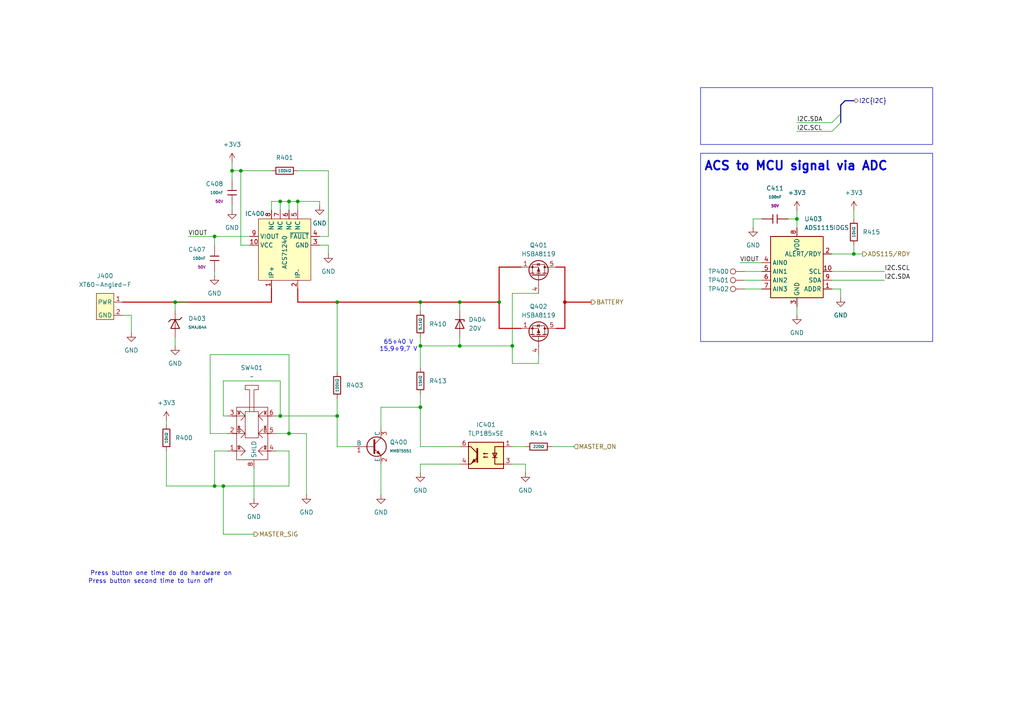
<source format=kicad_sch>
(kicad_sch (version 20250114) (generator "eeschema") (generator_version "9.0")
  (paper "A4")
  (lib_symbols
    (symbol "0402,10kΩ_1" (pin_numbers (hide yes)) (pin_names (offset 0))
      (property "Reference" "R" (at 1.778 0 0))
      (property "Value" "10kΩ" (at 0 0 90))
      (symbol "0402,10kΩ_1_0_1"
        (rectangle (start -1.016 2.54) (end 1.016 -2.54) (stroke (width 0.254)))
      )
      (symbol "0402,10kΩ_1_1_1"
        (pin passive line (at 0 3.81 270) (length 1.27) (name "~") (number "1"))
        (pin passive line (at 0 -3.81 90) (length 1.27) (name "~") (number "2"))
      )
    )
    (symbol "ACS71240KEXBLT-030B3:ACS71240KEXBLT-030B3"
      (property "Reference" "IC" (at 1.524 1.27 0))
      (property "Value" "ACS71240" (at 8.89 -7.62 0))
      (symbol "ACS71240KEXBLT-030B3_0_0"
        (pin input line (at -2.54 -3.81 0) (length 2.54) (name "IP+") (number "1"))
        (pin input line (at -2.54 -11.43 0) (length 2.54) (name "IP–") (number "2"))
        (pin power_in line (at 10.16 2.54 270) (length 2.54) (name "VCC") (number "10"))
        (pin power_in line (at 10.16 -17.78 90) (length 2.54) (name "GND") (number "3"))
        (pin output line (at 12.7 -17.78 90) (length 2.54) (name "~{FAULT}") (number "4"))
        (pin passive line (at 20.32 -3.81 180) (length 2.54) (name "NC") (number "8"))
        (pin passive line (at 20.32 -6.35 180) (length 2.54) (name "NC") (number "7"))
        (pin passive line (at 20.32 -8.89 180) (length 2.54) (name "NC") (number "6"))
        (pin passive line (at 20.32 -11.43 180) (length 2.54) (name "NC") (number "5"))
      )
      (symbol "ACS71240KEXBLT-030B3_1_0"
        (pin output line (at 12.7 2.54 270) (length 2.54) (name "VIOUT") (number "9"))
      )
      (symbol "ACS71240KEXBLT-030B3_1_1"
        (rectangle (start 0 0) (end 17.78 -15.24) (fill (type background)))
      )
    )
    (symbol "Connector:TestPoint" (pin_numbers (hide yes)) (pin_names (offset 0.762) (hide yes))
      (property "Reference" "TP" (at 0 6.858 0))
      (property "Value" "TestPoint" (at 0 5.08 0))
      (symbol "TestPoint_0_1"
        (circle (center 0 3.302) (radius 0.762))
      )
      (symbol "TestPoint_1_1"
        (pin passive line (at 0 0 90) (length 2.54) (name "1") (number "1"))
      )
    )
    (symbol "Device:D_Zener" (pin_numbers (hide yes)) (pin_names (offset 1.016) (hide yes))
      (property "Reference" "D" (at 0 2.54 0))
      (property "Value" "D_Zener" (at 0 -2.54 0))
      (symbol "D_Zener_0_1"
        (polyline (pts (xy -1.27 -1.27) (xy -1.27 1.27) (xy -0.762 1.27)) (stroke (width 0.254)))
        (polyline (pts (xy 1.27 0) (xy -1.27 0)))
        (polyline (pts (xy 1.27 -1.27) (xy 1.27 1.27) (xy -1.27 0) (xy 1.27 -1.27)) (stroke (width 0.254)))
      )
      (symbol "D_Zener_1_1"
        (pin passive line (at -3.81 0 0) (length 2.54) (name "K") (number "1"))
        (pin passive line (at 3.81 0 180) (length 2.54) (name "A") (number "2"))
      )
    )
    (symbol "Isolator:TLP185xSE"
      (property "Reference" "U" (at -5.08 5.08 0))
      (property "Value" "TLP185xSE" (at -5.08 -5.08 0))
      (symbol "TLP185xSE_0_1"
        (rectangle (start -5.08 3.81) (end 5.08 -3.81) (stroke (width 0.254)) (fill (type background)))
        (polyline (pts (xy -5.08 -2.54) (xy -2.54 -2.54) (xy -2.54 2.54) (xy -5.08 2.54)) (stroke (width 0.254)))
        (polyline (pts (xy -3.175 -0.635) (xy -1.905 -0.635)) (stroke (width 0.254)))
        (polyline (pts (xy -2.54 -0.635) (xy -3.175 0.635) (xy -1.905 0.635) (xy -2.54 -0.635)) (stroke (width 0.254)))
        (polyline (pts (xy -0.508 0.508) (xy 0.762 0.508) (xy 0.381 0.381) (xy 0.381 0.635) (xy 0.762 0.508)) (stroke (width 0.254)))
        (polyline (pts (xy -0.508 -0.508) (xy 0.762 -0.508) (xy 0.381 -0.635) (xy 0.381 -0.381) (xy 0.762 -0.508)) (stroke (width 0.254)))
        (polyline (pts (xy 2.54 1.905) (xy 2.54 -1.905)) (stroke (width 0.508)))
        (polyline (pts (xy 3.048 -1.651) (xy 3.556 -1.143) (xy 4.064 -2.159) (xy 3.048 -1.651)) (stroke (width 0.254)) (fill (type outline)))
        (polyline (pts (xy 5.08 2.54) (xy 4.445 2.54) (xy 2.54 0.635)) (stroke (width 0.254)))
        (polyline (pts (xy 5.08 -2.54) (xy 4.445 -2.54) (xy 2.54 -0.635)) (stroke (width 0.254)))
      )
      (symbol "TLP185xSE_1_1"
        (pin passive line (at -7.62 2.54 0) (length 2.54) (name "~") (number "1"))
        (pin passive line (at -7.62 -2.54 0) (length 2.54) (name "~") (number "3"))
        (pin passive line (at 7.62 2.54 180) (length 2.54) (name "~") (number "6"))
        (pin passive line (at 7.62 -2.54 180) (length 2.54) (name "~") (number "4"))
      )
    )
    (symbol "MCAC80P06YHE3:MCAC80P06YHE3"
      (property "Reference" "Q" (at 0 5.08 0))
      (property "Value" "HSBA8119" (at 0 3.048 0))
      (symbol "MCAC80P06YHE3_0_1"
        (polyline (pts (xy -2.54 0) (xy -1.778 0)))
        (polyline (pts (xy -2.286 -1.778) (xy -1.27 -1.778)) (stroke (width 0.254)))
        (polyline (pts (xy -1.905 -2.286) (xy 1.905 -2.286)) (stroke (width 0.254)))
        (circle (center -1.778 0) (radius 0.254) (fill (type outline)))
        (polyline (pts (xy -1.778 -1.778) (xy -1.778 0.762) (xy 1.778 0.762) (xy 1.778 -1.778)))
        (polyline (pts (xy -0.508 -1.778) (xy 0.508 -1.778)) (stroke (width 0.254)))
        (polyline (pts (xy 0 -0.254) (xy -0.381 -1.27) (xy 0.381 -1.27) (xy 0 -0.254)) (fill (type outline)))
        (circle (center 0 -0.889) (radius 2.794) (stroke (width 0.254)))
        (polyline (pts (xy 0 -2.286) (xy 0 -5.08)))
        (polyline (pts (xy 0.381 0.762) (xy -0.254 0.381) (xy -0.254 1.143) (xy 0.381 0.762)))
        (polyline (pts (xy 0.381 0.381) (xy 0.381 1.143)))
        (polyline (pts (xy 1.27 -1.778) (xy 2.286 -1.778)) (stroke (width 0.254)))
        (circle (center 1.778 0) (radius 0.254) (fill (type outline)))
        (polyline (pts (xy 2.54 0) (xy 0 0) (xy 0 -1.778)))
      )
      (symbol "MCAC80P06YHE3_1_0"
        (pin passive line (at -5.08 0 0) (length 2.54) (name "") (number "5"))
        (pin passive line (at -5.08 0 0) (length 2.54) (hide yes) (name "") (number "6"))
        (pin passive line (at -5.08 0 0) (length 2.54) (hide yes) (name "") (number "7"))
        (pin passive line (at -5.08 0 0) (length 2.54) (hide yes) (name "") (number "8"))
        (pin passive line (at -5.08 0 0) (length 2.54) (hide yes) (name "") (number "9"))
        (pin input line (at 0 -7.62 90) (length 2.54) (name "") (number "4"))
      )
      (symbol "MCAC80P06YHE3_1_1"
        (pin passive line (at 5.08 0 180) (length 2.54) (name "") (number "1"))
        (pin passive line (at 5.08 0 180) (length 2.54) (hide yes) (name "") (number "2"))
        (pin passive line (at 5.08 0 180) (length 2.54) (hide yes) (name "") (number "3"))
      )
    )
    (symbol "PCM_JLCPCB-Capacitors:0402,100nF,(2)" (pin_numbers (hide yes)) (pin_names (offset 0))
      (property "Reference" "C" (at 2.032 1.668 0))
      (property "Value" "100nF" (at 2.032 -0.3782 0))
      (property "Voltage Rated" "50V" (at 2.032 -2.0462 0))
      (symbol "0402,100nF,(2)_0_1"
        (polyline (pts (xy -1.27 0.635) (xy 1.27 0.635)) (stroke (width 0.254)))
        (polyline (pts (xy -1.27 -0.635) (xy 1.27 -0.635)) (stroke (width 0.254)))
      )
      (symbol "0402,100nF,(2)_1_1"
        (pin passive line (at 0 3.81 270) (length 3.175) (name "~") (number "1"))
        (pin passive line (at 0 -3.81 90) (length 3.175) (name "~") (number "2"))
      )
    )
    (symbol "PCM_JLCPCB-Diodes:TVS-Uni,SMAJ64A" (pin_numbers (hide yes)) (pin_names (offset 0))
      (property "Reference" "D" (at 2.032 0.834 0))
      (property "Value" "SMAJ64A" (at 2.032 -1.2122 0))
      (symbol "TVS-Uni,SMAJ64A_0_1"
        (polyline (pts (xy -1.905 -1.905) (xy -1.27 -1.27) (xy 1.27 -1.27) (xy 1.905 -0.635)) (stroke (width 0.254)))
        (polyline (pts (xy -1.27 1.27) (xy 0 -1.27) (xy 1.27 1.27) (xy -1.27 1.27)) (stroke (width 0.254)))
      )
      (symbol "TVS-Uni,SMAJ64A_1_1"
        (pin passive line (at 0 3.81 270) (length 3.81) (name "~") (number "2"))
        (pin passive line (at 0 -3.81 90) (length 3.81) (name "~") (number "1"))
      )
    )
    (symbol "PCM_JLCPCB-Extended:ADC, ADS1115IDGS"
      (property "Reference" "U" (at 2.54 13.97 0))
      (property "Value" "ADS1115IDGS" (at 7.62 11.43 0))
      (symbol "ADC, ADS1115IDGS_0_1"
        (rectangle (start -7.62 10.16) (end 7.62 -7.62) (stroke (width 0.254)) (fill (type background)))
      )
      (symbol "ADC, ADS1115IDGS_1_1"
        (pin input line (at -10.16 2.54 0) (length 2.54) (name "AIN0") (number "4"))
        (pin input line (at -10.16 0 0) (length 2.54) (name "AIN1") (number "5"))
        (pin input line (at -10.16 -2.54 0) (length 2.54) (name "AIN2") (number "6"))
        (pin input line (at -10.16 -5.08 0) (length 2.54) (name "AIN3") (number "7"))
        (pin power_in line (at 0 12.7 270) (length 2.54) (name "VDD") (number "8"))
        (pin power_in line (at 0 -10.16 90) (length 2.54) (name "GND") (number "3"))
        (pin output line (at 10.16 5.08 180) (length 2.54) (name "ALERT/RDY") (number "2"))
        (pin input line (at 10.16 0 180) (length 2.54) (name "SCL") (number "10"))
        (pin bidirectional line (at 10.16 -2.54 180) (length 2.54) (name "SDA") (number "9"))
        (pin input line (at 10.16 -5.08 180) (length 2.54) (name "ADDR") (number "1"))
      )
    )
    (symbol "PCM_JLCPCB-Resistors:0402,100kΩ" (pin_numbers (hide yes)) (pin_names (offset 0))
      (property "Reference" "R" (at 1.778 0 0))
      (property "Value" "100kΩ" (at 0 0 90))
      (symbol "0402,100kΩ_0_1"
        (rectangle (start -1.016 2.54) (end 1.016 -2.54) (stroke (width 0.254)))
      )
      (symbol "0402,100kΩ_1_1"
        (pin passive line (at 0 3.81 270) (length 1.27) (name "~") (number "1"))
        (pin passive line (at 0 -3.81 90) (length 1.27) (name "~") (number "2"))
      )
    )
    (symbol "PCM_JLCPCB-Resistors:0402,10kΩ" (pin_numbers (hide yes)) (pin_names (offset 0))
      (property "Reference" "R" (at 1.778 0 0))
      (property "Value" "10kΩ" (at 0 0 90))
      (symbol "0402,10kΩ_0_1"
        (rectangle (start -1.016 2.54) (end 1.016 -2.54) (stroke (width 0.254)))
      )
      (symbol "0402,10kΩ_1_1"
        (pin passive line (at 0 3.81 270) (length 1.27) (name "~") (number "1"))
        (pin passive line (at 0 -3.81 90) (length 1.27) (name "~") (number "2"))
      )
    )
    (symbol "PCM_JLCPCB-Resistors:0402,220Ω" (pin_numbers (hide yes)) (pin_names (offset 0))
      (property "Reference" "R" (at 1.778 0 0))
      (property "Value" "220Ω" (at 0 0 90))
      (symbol "0402,220Ω_0_1"
        (rectangle (start -1.016 2.54) (end 1.016 -2.54) (stroke (width 0.254)))
      )
      (symbol "0402,220Ω_1_1"
        (pin passive line (at 0 3.81 270) (length 1.27) (name "~") (number "1"))
        (pin passive line (at 0 -3.81 90) (length 1.27) (name "~") (number "2"))
      )
    )
    (symbol "PCM_JLCPCB-Resistors:0603,100kΩ" (pin_numbers (hide yes)) (pin_names (offset 0))
      (property "Reference" "R" (at 1.778 0 0))
      (property "Value" "100kΩ" (at 0 0 90))
      (symbol "0603,100kΩ_0_1"
        (rectangle (start -1.016 2.54) (end 1.016 -2.54) (stroke (width 0.254)))
      )
      (symbol "0603,100kΩ_1_1"
        (pin passive line (at 0 3.81 270) (length 1.27) (name "~") (number "1"))
        (pin passive line (at 0 -3.81 90) (length 1.27) (name "~") (number "2"))
      )
    )
    (symbol "PCM_JLCPCB-Resistors:0603,15kΩ" (pin_numbers (hide yes)) (pin_names (offset 0))
      (property "Reference" "R" (at 1.778 0 0))
      (property "Value" "15kΩ" (at 0 0 90))
      (symbol "0603,15kΩ_0_1"
        (rectangle (start -1.016 2.54) (end 1.016 -2.54) (stroke (width 0.254)))
      )
      (symbol "0603,15kΩ_1_1"
        (pin passive line (at 0 3.81 270) (length 1.27) (name "~") (number "1"))
        (pin passive line (at 0 -3.81 90) (length 1.27) (name "~") (number "2"))
      )
    )
    (symbol "PCM_JLCPCB-Resistors:0603,5.1kΩ" (pin_numbers (hide yes)) (pin_names (offset 0))
      (property "Reference" "R" (at 1.778 0 0))
      (property "Value" "5.1kΩ" (at 0 0 90))
      (symbol "0603,5.1kΩ_0_1"
        (rectangle (start -1.016 2.54) (end 1.016 -2.54) (stroke (width 0.254)))
      )
      (symbol "0603,5.1kΩ_1_1"
        (pin passive line (at 0 3.81 270) (length 1.27) (name "~") (number "1"))
        (pin passive line (at 0 -3.81 90) (length 1.27) (name "~") (number "2"))
      )
    )
    (symbol "PCM_JLCPCB-Transistors:NPN,MMBT5551" (pin_names (offset 0))
      (property "Reference" "Q" (at 4.8514 0.834 0))
      (property "Value" "MMBT5551" (at 4.8514 -1.2122 0))
      (symbol "NPN,MMBT5551_0_1"
        (polyline (pts (xy -2.54 0) (xy 0.635 0)) (stroke (width 0.1524)))
        (polyline (pts (xy 0.635 1.905) (xy 0.635 -1.905) (xy 0.635 -1.905)) (stroke (width 0.508)))
        (polyline (pts (xy 0.635 0.635) (xy 2.54 2.54)))
        (polyline (pts (xy 0.635 -0.635) (xy 2.54 -2.54) (xy 2.54 -2.54)))
        (circle (center 1.27 0) (radius 2.8194) (stroke (width 0.254)))
        (polyline (pts (xy 1.27 -1.778) (xy 1.778 -1.27) (xy 2.286 -2.286) (xy 1.27 -1.778) (xy 1.27 -1.778)) (fill (type outline)))
        (polyline (pts (xy 2.794 -1.27) (xy 2.794 -1.27)) (stroke (width 0.1524)))
        (polyline (pts (xy 2.794 -1.27) (xy 2.794 -1.27)) (stroke (width 0.1524)))
      )
      (symbol "NPN,MMBT5551_1_1"
        (pin input line (at -5.08 0 0) (length 2.54) (name "B") (number "1"))
        (pin open_collector line (at 2.54 5.08 270) (length 2.54) (name "C") (number "3"))
        (pin open_emitter line (at 2.54 -5.08 90) (length 2.54) (name "E") (number "2"))
      )
    )
    (symbol "PS-22F03:PS-22F03"
      (property "Reference" "SW401" (at 19.05 0.635 90))
      (property "Value" "~" (at 16.51 0.635 90))
      (symbol "PS-22F03_0_1"
        (rectangle (start -7.62 5.0318) (end 7.62 -4.0143))
        (polyline (pts (xy -5.08 6.35) (xy -5.08 2.54)))
        (polyline (pts (xy -5.08 2.54) (xy -6.35 3.81)))
        (polyline (pts (xy -5.08 2.54) (xy -3.81 3.81)))
        (polyline (pts (xy -5.08 -1.27) (xy -6.35 -2.54)))
        (polyline (pts (xy -5.08 -1.27) (xy -3.81 -2.54)))
        (polyline (pts (xy -5.08 -5.08) (xy -5.08 -1.27)))
        (rectangle (start -1.27 2.54) (end 6.35 -1.27))
        (polyline (pts (xy 0 6.35) (xy 0 2.54)))
        (polyline (pts (xy 0 2.54) (xy -1.27 3.81)))
        (polyline (pts (xy 0 2.54) (xy 1.27 3.81)))
        (polyline (pts (xy 0 -1.27) (xy -1.27 -2.54)))
        (polyline (pts (xy 0 -1.27) (xy 1.27 -2.54)))
        (polyline (pts (xy 0 -5.08) (xy 0 -1.27)))
        (polyline (pts (xy 5.08 6.35) (xy 5.08 2.54)))
        (polyline (pts (xy 5.08 2.54) (xy 3.81 3.81)))
        (polyline (pts (xy 5.08 2.54) (xy 6.35 3.81)))
        (polyline (pts (xy 5.08 -1.27) (xy 3.81 -2.54)))
        (polyline (pts (xy 5.08 -1.27) (xy 6.35 -2.54)))
        (polyline (pts (xy 5.08 -5.08) (xy 5.08 -1.27)))
        (polyline (pts (xy 6.35 1.27) (xy 12.7 1.27) (xy 12.7 2.54) (xy 13.97 2.54) (xy 13.97 -1.27) (xy 12.7 -1.27) (xy 12.7 0) (xy 6.35 0)))
        (polyline (pts (xy 10.16 0) (xy 10.16 0)))
      )
      (symbol "PS-22F03_1_1"
        (text "N0\n" (at -4.064 4.318 0) (effects (font (size 0.635 0.635))))
        (text "N0\n" (at -4.064 -3.302 0) (effects (font (size 0.635 0.635))))
        (text "COM" (at 1.27 4.318 0) (effects (font (size 0.635 0.635))))
        (text "COM" (at 1.27 -3.302 0) (effects (font (size 0.635 0.635))))
        (text "NC\n" (at 6.096 4.318 0) (effects (font (size 0.635 0.635))))
        (text "NC\n" (at 6.096 -3.302 0) (effects (font (size 0.635 0.635))))
        (pin input line (at -10.16 0 0) (length 2.54) (hide yes) (name "SHLD") (number "7"))
        (pin input line (at -10.16 0 0) (length 2.54) (name "SHLD") (number "8"))
        (pin input line (at -5.08 7.62 270) (length 2.54) (name "NO") (number "1"))
        (pin input line (at -5.08 -6.35 90) (length 2.54) (name "NO") (number "4"))
        (pin input line (at 0 7.62 270) (length 2.54) (name "COM") (number "2"))
        (pin input line (at 0 -6.35 90) (length 2.54) (name "COM") (number "5"))
        (pin input line (at 5.08 7.62 270) (length 2.54) (name "NC") (number "3"))
        (pin input line (at 5.08 -6.35 90) (length 2.54) (name "NC") (number "6"))
      )
    )
    (symbol "XT60PW:XT60-Angled-F"
      (property "Reference" "J" (at -0.762 7.112 0))
      (property "Value" "XT60-Angled-F" (at -0.762 7.112 0))
      (symbol "XT60-Angled-F_1_1"
        (rectangle (start -2.54 3.81) (end 2.54 -3.81) (fill (type background)))
        (pin input line (at 5.08 1.27 180) (length 2.54) (name "PWR") (number "1"))
        (pin input line (at 5.08 -2.54 180) (length 2.54) (name "GND") (number "2"))
      )
    )
    (symbol "power:+3V3" (power) (pin_numbers (hide yes)) (pin_names (offset 0) (hide yes))
      (property "Value" "+3V3" (at 0 3.556 0))
      (symbol "+3V3_0_1"
        (polyline (pts (xy -0.762 1.27) (xy 0 2.54)))
        (polyline (pts (xy 0 2.54) (xy 0.762 1.27)))
        (polyline (pts (xy 0 0) (xy 0 2.54)))
      )
      (symbol "+3V3_1_1"
        (pin power_in line (at 0 0 90) (length 0) (name "~") (number "1"))
      )
    )
    (symbol "power:GND" (power) (pin_numbers (hide yes)) (pin_names (offset 0) (hide yes))
      (property "Value" "GND" (at 0 -3.81 0))
      (symbol "GND_0_1"
        (polyline (pts (xy 0 0) (xy 0 -1.27) (xy 1.27 -1.27) (xy 0 -2.54) (xy -1.27 -1.27) (xy 0 -1.27)))
      )
      (symbol "GND_1_1"
        (pin power_in line (at 0 0 270) (length 0) (name "~") (number "1"))
      )
    )
  )
  (rectangle (start 203.2 44.45) (end 270.51 99.06))
  (rectangle (start 203.2 25.4) (end 270.51 41.91))
  (text "Press button second time to turn off" (at 43.688 168.656 0) (effects (font (size 1.27 1.27))))
  (text "65÷40 V\n15,9÷9,7 V" (at 115.57 100.33 0) (effects (font (size 1.27 1.27))))
  (text "ACS to MCU signal via ADC" (at 230.886 48.26 0) (effects (font (size 2.54 2.54) (thickness 0.508) (bold yes))))
  (text "Press button one time do do hardware on" (at 46.736 166.37 0) (effects (font (size 1.27 1.27))))
  (junction (at 83.82 125.73))
  (junction (at 97.79 120.65))
  (junction (at 81.28 120.65))
  (junction (at 81.28 58.42))
  (junction (at 67.31 49.53))
  (junction (at 121.92 87.63))
  (junction (at 62.23 140.97))
  (junction (at 247.65 73.66))
  (junction (at 121.92 118.11))
  (junction (at 163.83 87.63) (color 194 0 0 1))
  (junction (at 86.36 58.42))
  (junction (at 144.78 87.63))
  (junction (at 231.14 63.5))
  (junction (at 62.23 68.58))
  (junction (at 148.59 100.33))
  (junction (at 69.85 49.53))
  (junction (at 50.8 87.63))
  (junction (at 83.82 58.42))
  (junction (at 133.35 87.63))
  (junction (at 97.79 87.63))
  (junction (at 121.92 100.33))
  (junction (at 64.77 140.97))
  (junction (at 133.35 100.33))
  (bus_entry (at 243.84 35.56) (size -2.54 2.54))
  (bus_entry (at 243.84 33.02) (size -2.54 2.54))
  (wire (pts (xy 83.82 60.96) (xy 83.82 58.42)))
  (wire (pts (xy 152.4 137.16) (xy 152.4 134.62)))
  (wire (pts (xy 86.36 87.63) (xy 97.79 87.63)) (stroke (width 0.3048) (color 194 0 0 1)))
  (wire (pts (xy 166.37 129.54) (xy 160.02 129.54)))
  (wire (pts (xy 86.36 49.53) (xy 95.25 49.53)))
  (wire (pts (xy 69.85 49.53) (xy 69.85 71.12)))
  (wire (pts (xy 66.04 130.81) (xy 62.23 130.81)))
  (wire (pts (xy 35.56 87.63) (xy 50.8 87.63)) (stroke (width 0.3048) (color 194 0 0 1)))
  (wire (pts (xy 247.65 60.96) (xy 247.65 63.5)))
  (wire (pts (xy 83.82 58.42) (xy 86.36 58.42)))
  (wire (pts (xy 241.3 35.56) (xy 231.14 35.56)))
  (wire (pts (xy 38.1 91.44) (xy 35.56 91.44)))
  (wire (pts (xy 81.28 58.42) (xy 81.28 60.96)))
  (wire (pts (xy 218.44 66.04) (xy 218.44 63.5)))
  (wire (pts (xy 67.31 59.69) (xy 67.31 60.96)))
  (wire (pts (xy 161.29 77.47) (xy 163.83 77.47)) (stroke (width 0.3048) (color 194 0 0 1)))
  (wire (pts (xy 64.77 110.49) (xy 64.77 120.65)))
  (wire (pts (xy 241.3 78.74) (xy 256.54 78.74)))
  (wire (pts (xy 88.9 143.51) (xy 88.9 125.73)))
  (wire (pts (xy 247.65 73.66) (xy 247.65 71.12)))
  (wire (pts (xy 50.8 87.63) (xy 78.74 87.63)) (stroke (width 0.3048) (color 194 0 0 1)))
  (wire (pts (xy 231.14 63.5) (xy 231.14 66.04)))
  (wire (pts (xy 144.78 87.63) (xy 144.78 95.25)) (stroke (width 0.3048) (color 194 0 0 1)))
  (wire (pts (xy 67.31 49.53) (xy 67.31 52.07)))
  (wire (pts (xy 83.82 102.87) (xy 60.96 102.87)))
  (wire (pts (xy 62.23 68.58) (xy 72.39 68.58)))
  (wire (pts (xy 121.92 129.54) (xy 133.35 129.54)))
  (wire (pts (xy 121.92 114.3) (xy 121.92 118.11)))
  (wire (pts (xy 215.9 81.28) (xy 220.98 81.28)))
  (wire (pts (xy 215.9 83.82) (xy 220.98 83.82)))
  (wire (pts (xy 121.92 87.63) (xy 121.92 90.17)))
  (wire (pts (xy 110.49 124.46) (xy 110.49 118.11)))
  (wire (pts (xy 241.3 73.66) (xy 247.65 73.66)))
  (wire (pts (xy 97.79 129.54) (xy 102.87 129.54)))
  (wire (pts (xy 97.79 120.65) (xy 97.79 129.54)))
  (wire (pts (xy 97.79 87.63) (xy 121.92 87.63)) (stroke (width 0.3048) (color 194 0 0 1)))
  (wire (pts (xy 241.3 83.82) (xy 243.84 83.82)))
  (wire (pts (xy 81.28 58.42) (xy 83.82 58.42)))
  (wire (pts (xy 50.8 100.33) (xy 50.8 97.79)))
  (wire (pts (xy 121.92 87.63) (xy 133.35 87.63)) (stroke (width 0.3048) (color 194 0 0 1)))
  (wire (pts (xy 163.83 87.63) (xy 163.83 95.25)) (stroke (width 0.3048) (color 194 0 0 1)))
  (wire (pts (xy 80.01 125.73) (xy 83.82 125.73)))
  (wire (pts (xy 86.36 58.42) (xy 86.36 60.96)))
  (wire (pts (xy 86.36 83.82) (xy 86.36 87.63)) (stroke (width 0.3048) (color 194 0 0 1)))
  (wire (pts (xy 64.77 140.97) (xy 83.82 140.97)))
  (wire (pts (xy 80.01 120.65) (xy 81.28 120.65)))
  (wire (pts (xy 121.92 118.11) (xy 121.92 129.54)))
  (wire (pts (xy 152.4 129.54) (xy 148.59 129.54)))
  (wire (pts (xy 215.9 78.74) (xy 220.98 78.74)))
  (wire (pts (xy 148.59 100.33) (xy 148.59 105.41)))
  (wire (pts (xy 67.31 46.99) (xy 67.31 49.53)))
  (bus (pts (xy 243.84 33.02) (xy 243.84 35.56)))
  (wire (pts (xy 121.92 100.33) (xy 133.35 100.33)))
  (wire (pts (xy 78.74 58.42) (xy 81.28 58.42)))
  (wire (pts (xy 163.83 77.47) (xy 163.83 87.63)) (stroke (width 0.3048) (color 194 0 0 1)))
  (wire (pts (xy 231.14 60.96) (xy 231.14 63.5)))
  (wire (pts (xy 218.44 63.5) (xy 220.98 63.5)))
  (wire (pts (xy 133.35 87.63) (xy 144.78 87.63)) (stroke (width 0.3048) (color 194 0 0 1)))
  (wire (pts (xy 64.77 154.94) (xy 64.77 140.97)))
  (wire (pts (xy 156.21 105.41) (xy 156.21 102.87)))
  (wire (pts (xy 83.82 125.73) (xy 83.82 102.87)))
  (wire (pts (xy 72.39 71.12) (xy 69.85 71.12)))
  (wire (pts (xy 83.82 140.97) (xy 83.82 130.81)))
  (wire (pts (xy 97.79 115.57) (xy 97.79 120.65)))
  (wire (pts (xy 241.3 81.28) (xy 256.54 81.28)))
  (bus (pts (xy 245.11 29.21) (xy 243.84 30.48)))
  (wire (pts (xy 110.49 118.11) (xy 121.92 118.11)))
  (wire (pts (xy 163.83 87.63) (xy 171.45 87.63)) (stroke (width 0.3048) (color 194 0 0 1)))
  (wire (pts (xy 95.25 68.58) (xy 92.71 68.58)))
  (wire (pts (xy 148.59 105.41) (xy 156.21 105.41)))
  (wire (pts (xy 152.4 134.62) (xy 148.59 134.62)))
  (wire (pts (xy 144.78 77.47) (xy 144.78 87.63)) (stroke (width 0.3048) (color 194 0 0 1)))
  (wire (pts (xy 62.23 140.97) (xy 64.77 140.97)))
  (wire (pts (xy 121.92 97.79) (xy 121.92 100.33)))
  (bus (pts (xy 247.65 29.21) (xy 245.11 29.21)))
  (wire (pts (xy 95.25 49.53) (xy 95.25 68.58)))
  (wire (pts (xy 62.23 78.74) (xy 62.23 80.01)))
  (wire (pts (xy 67.31 49.53) (xy 69.85 49.53)))
  (wire (pts (xy 228.6 63.5) (xy 231.14 63.5)))
  (wire (pts (xy 78.74 60.96) (xy 78.74 58.42)))
  (wire (pts (xy 133.35 134.62) (xy 121.92 134.62)))
  (wire (pts (xy 92.71 58.42) (xy 92.71 59.69)))
  (bus (pts (xy 243.84 30.48) (xy 243.84 33.02)))
  (wire (pts (xy 86.36 58.42) (xy 92.71 58.42)))
  (wire (pts (xy 62.23 130.81) (xy 62.23 140.97)))
  (wire (pts (xy 73.66 135.89) (xy 73.66 144.78)))
  (wire (pts (xy 133.35 87.63) (xy 133.35 90.17)))
  (wire (pts (xy 60.96 125.73) (xy 66.04 125.73)))
  (wire (pts (xy 133.35 100.33) (xy 148.59 100.33)))
  (wire (pts (xy 92.71 71.12) (xy 95.25 71.12)))
  (wire (pts (xy 48.26 130.81) (xy 48.26 140.97)))
  (wire (pts (xy 50.8 87.63) (xy 54.61 87.63)))
  (wire (pts (xy 81.28 110.49) (xy 64.77 110.49)))
  (wire (pts (xy 243.84 83.82) (xy 243.84 86.36)))
  (wire (pts (xy 81.28 110.49) (xy 81.28 120.65)))
  (wire (pts (xy 148.59 85.09) (xy 148.59 100.33)))
  (wire (pts (xy 231.14 88.9) (xy 231.14 91.44)))
  (wire (pts (xy 95.25 71.12) (xy 95.25 73.66)))
  (wire (pts (xy 60.96 102.87) (xy 60.96 125.73)))
  (wire (pts (xy 48.26 140.97) (xy 62.23 140.97)))
  (wire (pts (xy 161.29 95.25) (xy 163.83 95.25)) (stroke (width 0.3048) (color 194 0 0 1)))
  (wire (pts (xy 64.77 120.65) (xy 66.04 120.65)))
  (wire (pts (xy 156.21 85.09) (xy 148.59 85.09)))
  (wire (pts (xy 121.92 100.33) (xy 121.92 106.68)))
  (wire (pts (xy 214.63 76.2) (xy 220.98 76.2)))
  (wire (pts (xy 69.85 49.53) (xy 78.74 49.53)))
  (wire (pts (xy 97.79 87.63) (xy 97.79 107.95)))
  (wire (pts (xy 247.65 73.66) (xy 250.19 73.66)))
  (wire (pts (xy 48.26 121.92) (xy 48.26 123.19)))
  (wire (pts (xy 241.3 38.1) (xy 231.14 38.1)))
  (wire (pts (xy 88.9 125.73) (xy 83.82 125.73)))
  (wire (pts (xy 73.66 154.94) (xy 64.77 154.94)))
  (wire (pts (xy 62.23 71.12) (xy 62.23 68.58)))
  (wire (pts (xy 54.61 68.58) (xy 62.23 68.58)))
  (wire (pts (xy 83.82 130.81) (xy 80.01 130.81)))
  (wire (pts (xy 110.49 134.62) (xy 110.49 143.51)))
  (wire (pts (xy 133.35 97.79) (xy 133.35 100.33)))
  (wire (pts (xy 81.28 120.65) (xy 97.79 120.65)))
  (wire (pts (xy 144.78 95.25) (xy 151.13 95.25)) (stroke (width 0.3048) (color 194 0 0 1)))
  (wire (pts (xy 50.8 90.17) (xy 50.8 87.63)))
  (wire (pts (xy 38.1 91.44) (xy 38.1 96.52)))
  (wire (pts (xy 144.78 77.47) (xy 151.13 77.47)) (stroke (width 0.3048) (color 194 0 0 1)))
  (wire (pts (xy 121.92 137.16) (xy 121.92 134.62)))
  (wire (pts (xy 78.74 87.63) (xy 78.74 83.82)) (stroke (width 0.3048) (color 194 0 0 1)))
  (label "I2C.SDA" (at 231.14 35.56 0))
  (label "I2C.SDA" (at 256.54 81.28 0))
  (label "VIOUT" (at 214.63 76.2 0))
  (label "I2C.SCL" (at 256.54 78.74 0))
  (label "VIOUT" (at 54.61 68.58 0))
  (label "I2C.SCL" (at 231.14 38.1 0))
  (hierarchical_label "MASTER_ON" (shape input) (at 166.37 129.54 0))
  (hierarchical_label "MASTER_SIG" (shape output) (at 73.66 154.94 0))
  (hierarchical_label "ADS115{slash}RDY" (shape output) (at 250.19 73.66 0))
  (hierarchical_label "I2C{I2C}" (shape bidirectional) (at 247.65 29.21 0))
  (hierarchical_label "BATTERY" (shape output) (at 171.45 87.63 0))
  (symbol (lib_id "power:GND") (at 67.31 60.96 0) (unit 1)
    (property "Reference" "#PWR0423" (effects (hide yes)))
    (property "Value" "GND" (at 67.31 66.04 0))
    (property "Description" "Power symbol creates a global label with name \"GND\" , ground" (effects (hide yes)))
  )
  (symbol (lib_id "power:GND") (at 110.49 143.51 0) (unit 1)
    (property "Reference" "#PWR0459" (effects (hide yes)))
    (property "Value" "GND" (at 110.49 148.59 0))
    (property "Description" "Power symbol creates a global label with name \"GND\" , ground" (effects (hide yes)))
  )
  (symbol (lib_id "PS-22F03:PS-22F03") (at 73.66 125.73 90) (unit 1)
    (property "Reference" "SW401" (at 73.025 106.68 90))
    (property "Value" "~" (at 73.025 109.22 90))
    (property "Footprint" "PS-22F03:SW-TH_G-SWITCH-PS-22F03N" (effects (hide yes)))
  )
  (symbol (lib_id "power:GND") (at 152.4 137.16 0) (unit 1)
    (property "Reference" "#PWR0465" (effects (hide yes)))
    (property "Value" "GND" (at 152.4 142.24 0))
    (property "Description" "Power symbol creates a global label with name \"GND\" , ground" (effects (hide yes)))
  )
  (symbol (lib_id "Connector:TestPoint") (at 215.9 78.74 90) (unit 1) (in_bom no)
    (property "Reference" "TP400" (at 211.455 78.74 90) (effects (justify left)))
    (property "Value" "TestPoint" (effects (hide yes)))
    (property "Footprint" "TestPoint:TestPoint_Pad_D1.0mm" (effects (hide yes)))
    (property "Description" "test point" (effects (hide yes)))
  )
  (symbol (lib_id "power:GND") (at 121.92 137.16 0) (unit 1)
    (property "Reference" "#PWR0464" (effects (hide yes)))
    (property "Value" "GND" (at 121.92 142.24 0))
    (property "Description" "Power symbol creates a global label with name \"GND\" , ground" (effects (hide yes)))
  )
  (symbol (lib_id "power:GND") (at 50.8 100.33 0) (unit 1)
    (property "Reference" "#PWR0402" (effects (hide yes)))
    (property "Value" "GND" (at 50.8 105.41 0))
    (property "Description" "Power symbol creates a global label with name \"GND\" , ground" (effects (hide yes)))
  )
  (symbol (lib_id "power:GND") (at 95.25 73.66 0) (unit 1)
    (property "Reference" "#PWR0444" (effects (hide yes)))
    (property "Value" "GND" (at 95.25 78.74 0))
    (property "Description" "Power symbol creates a global label with name \"GND\" , ground" (effects (hide yes)))
  )
  (symbol (lib_id "PCM_JLCPCB-Resistors:0603,15kΩ") (at 121.92 110.49 0) (unit 1)
    (property "Reference" "R413" (at 124.46 110.4899 0) (effects (justify left)))
    (property "Value" "15kΩ" (at 121.92 110.49 90) (effects (font (size 0.8 0.8))))
    (property "Footprint" "PCM_JLCPCB:R_0603" (effects (hide yes)))
    (property "Datasheet" "https://www.lcsc.com/datasheet/lcsc_datasheet_2206010130_UNI-ROYAL-Uniroyal-Elec-0603WAF1502T5E_C22809.pdf" (effects (hide yes)))
    (property "Description" "100mW Thick Film Resistors 75V ±100ppm/°C ±1% 15kΩ 0603 Chip Resistor - Surface Mount ROHS" (effects (hide yes)))
    (property "LCSC" "C22809" (effects (hide yes)))
    (property "Stock" "1291222" (effects (hide yes)))
    (property "Price" "0.004USD" (effects (hide yes)))
    (property "Process" "SMT" (effects (hide yes)))
    (property "Minimum Qty" "20" (effects (hide yes)))
    (property "Attrition Qty" "10" (effects (hide yes)))
    (property "Class" "Basic Component" (effects (hide yes)))
    (property "Category" "Resistors,Chip Resistor - Surface Mount" (effects (hide yes)))
    (property "Manufacturer" "UNI-ROYAL(Uniroyal Elec)" (effects (hide yes)))
    (property "Part" "0603WAF1502T5E" (effects (hide yes)))
    (property "Resistance" "15kΩ" (effects (hide yes)))
    (property "Power(Watts)" "100mW" (effects (hide yes)))
    (property "Type" "Thick Film Resistors" (effects (hide yes)))
    (property "Overload Voltage (Max)" "75V" (effects (hide yes)))
    (property "Operating Temperature Range" "-55°C~+155°C" (effects (hide yes)))
    (property "Tolerance" "±1%" (effects (hide yes)))
    (property "Temperature Coefficient" "±100ppm/°C" (effects (hide yes)))
  )
  (symbol (lib_id "power:+3V3") (at 231.14 60.96 0) (unit 1)
    (property "Reference" "#PWR0467" (effects (hide yes)))
    (property "Value" "+3V3" (at 231.14 55.88 0))
    (property "Description" "Power symbol creates a global label with name \"+3V3\"" (effects (hide yes)))
  )
  (symbol (lib_id "PCM_JLCPCB-Resistors:0402,10kΩ") (at 247.65 67.31 0) (unit 1)
    (property "Reference" "R415" (at 250.19 67.3099 0) (effects (justify left)))
    (property "Value" "10kΩ" (at 247.65 67.31 90) (effects (font (size 0.8 0.8))))
    (property "Footprint" "PCM_JLCPCB:R_0402" (effects (hide yes)))
    (property "Datasheet" "https://www.lcsc.com/datasheet/lcsc_datasheet_2411221126_UNI-ROYAL-Uniroyal-Elec-0402WGF1002TCE_C25744.pdf" (effects (hide yes)))
    (property "Description" "62.5mW Thick Film Resistors 50V ±100ppm/°C ±1% 10kΩ 0402 Chip Resistor - Surface Mount ROHS" (effects (hide yes)))
    (property "LCSC" "C25744" (effects (hide yes)))
    (property "Stock" "24372091" (effects (hide yes)))
    (property "Price" "0.004USD" (effects (hide yes)))
    (property "Process" "SMT" (effects (hide yes)))
    (property "Minimum Qty" "20" (effects (hide yes)))
    (property "Attrition Qty" "10" (effects (hide yes)))
    (property "Class" "Basic Component" (effects (hide yes)))
    (property "Category" "Resistors,Chip Resistor - Surface Mount" (effects (hide yes)))
    (property "Manufacturer" "UNI-ROYAL(Uniroyal Elec)" (effects (hide yes)))
    (property "Part" "0402WGF1002TCE" (effects (hide yes)))
    (property "Resistance" "10kΩ" (effects (hide yes)))
    (property "Power(Watts)" "62.5mW" (effects (hide yes)))
    (property "Type" "Thick Film Resistors" (effects (hide yes)))
    (property "Overload Voltage (Max)" "50V" (effects (hide yes)))
    (property "Operating Temperature Range" "-55°C~+155°C" (effects (hide yes)))
    (property "Tolerance" "±1%" (effects (hide yes)))
    (property "Temperature Coefficient" "±100ppm/°C" (effects (hide yes)))
  )
  (symbol (lib_id "PCM_JLCPCB-Resistors:0402,220Ω") (at 156.21 129.54 90) (unit 1)
    (property "Reference" "R414" (at 156.21 125.73 90))
    (property "Value" "220Ω" (at 156.21 129.54 90) (effects (font (size 0.8 0.8))))
    (property "Footprint" "PCM_JLCPCB:R_0402" (effects (hide yes)))
    (property "Datasheet" "https://www.lcsc.com/datasheet/lcsc_datasheet_2205311900_UNI-ROYAL-Uniroyal-Elec-0402WGF2200TCE_C25091.pdf" (effects (hide yes)))
    (property "Description" "62.5mW Thick Film Resistors 50V ±100ppm/°C ±1% 220Ω 0402 Chip Resistor - Surface Mount ROHS" (effects (hide yes)))
    (property "LCSC" "C25091" (effects (hide yes)))
    (property "Stock" "617243" (effects (hide yes)))
    (property "Price" "0.004USD" (effects (hide yes)))
    (property "Process" "SMT" (effects (hide yes)))
    (property "Minimum Qty" "20" (effects (hide yes)))
    (property "Attrition Qty" "10" (effects (hide yes)))
    (property "Class" "Basic Component" (effects (hide yes)))
    (property "Category" "Resistors,Chip Resistor - Surface Mount" (effects (hide yes)))
    (property "Manufacturer" "UNI-ROYAL(Uniroyal Elec)" (effects (hide yes)))
    (property "Part" "0402WGF2200TCE" (effects (hide yes)))
    (property "Resistance" "220Ω" (effects (hide yes)))
    (property "Power(Watts)" "62.5mW" (effects (hide yes)))
    (property "Type" "Thick Film Resistors" (effects (hide yes)))
    (property "Overload Voltage (Max)" "50V" (effects (hide yes)))
    (property "Operating Temperature Range" "-55°C~+155°C" (effects (hide yes)))
    (property "Tolerance" "±1%" (effects (hide yes)))
    (property "Temperature Coefficient" "±100ppm/°C" (effects (hide yes)))
  )
  (symbol (lib_id "power:GND") (at 231.14 91.44 0) (unit 1)
    (property "Reference" "#PWR0468" (effects (hide yes)))
    (property "Value" "GND" (at 231.14 96.52 0))
    (property "Description" "Power symbol creates a global label with name \"GND\" , ground" (effects (hide yes)))
  )
  (symbol (lib_id "Connector:TestPoint") (at 215.9 83.82 90) (unit 1) (in_bom no)
    (property "Reference" "TP402" (at 211.455 83.82 90) (effects (justify left)))
    (property "Value" "TestPoint" (effects (hide yes)))
    (property "Footprint" "TestPoint:TestPoint_Pad_D1.0mm" (effects (hide yes)))
    (property "Description" "test point" (effects (hide yes)))
  )
  (symbol (lib_id "MCAC80P06YHE3:MCAC80P06YHE3") (at 156.21 95.25 0) (mirror y) (unit 1)
    (property "Reference" "Q402" (at 156.21 88.9 0))
    (property "Value" "HSBA8119" (at 156.21 91.44 0))
    (property "Footprint" "DFN5060-8L:DFN5060-8L" (effects (hide yes)))
    (property "Datasheet" "https://www.lcsc.com/product-detail/C22359243.html" (effects (hide yes)))
    (property "Description" "80V 70A 145W 15mΩ@10V 2.5V@250uA 1 P-Channel PRPAK5x6-8L MOSFETs ROHS" (effects (hide yes)))
    (property "Manufacturer" "HUASHUO" (effects (hide yes)))
    (property "LCSC" "C22359243" (effects (hide yes)))
  )
  (symbol (lib_id "power:+3V3") (at 247.65 60.96 0) (unit 1)
    (property "Reference" "#PWR0473" (effects (hide yes)))
    (property "Value" "+3V3" (at 247.65 55.88 0))
    (property "Description" "Power symbol creates a global label with name \"+3V3\"" (effects (hide yes)))
  )
  (symbol (lib_id "power:+3V3") (at 48.26 121.92 0) (unit 1)
    (property "Reference" "#PWR0401" (effects (hide yes)))
    (property "Value" "+3V3" (at 48.26 116.84 0))
    (property "Description" "Power symbol creates a global label with name \"+3V3\"" (effects (hide yes)))
  )
  (symbol (lib_id "power:GND") (at 73.66 144.78 0) (unit 1)
    (property "Reference" "#PWR0427" (effects (hide yes)))
    (property "Value" "GND" (at 73.66 149.86 0))
    (property "Description" "Power symbol creates a global label with name \"GND\" , ground" (effects (hide yes)))
  )
  (symbol (lib_id "MCAC80P06YHE3:MCAC80P06YHE3") (at 156.21 77.47 0) (mirror y) (unit 1)
    (property "Reference" "Q401" (at 156.21 71.12 0))
    (property "Value" "HSBA8119" (at 156.21 73.66 0))
    (property "Footprint" "DFN5060-8L:DFN5060-8L" (effects (hide yes)))
    (property "Datasheet" "https://www.lcsc.com/product-detail/C22359243.html" (effects (hide yes)))
    (property "Description" "80V 70A 145W 15mΩ@10V 2.5V@250uA 1 P-Channel PRPAK5x6-8L MOSFETs ROHS" (effects (hide yes)))
    (property "Manufacturer" "HUASHUO" (effects (hide yes)))
    (property "LCSC" "C22359243" (effects (hide yes)))
  )
  (symbol (lib_id "power:GND") (at 38.1 96.52 0) (unit 1)
    (property "Reference" "#PWR0400" (effects (hide yes)))
    (property "Value" "GND" (at 38.1 101.6 0))
    (property "Description" "Power symbol creates a global label with name \"GND\" , ground" (effects (hide yes)))
  )
  (symbol (lib_id "power:GND") (at 243.84 86.36 0) (unit 1)
    (property "Reference" "#PWR0472" (effects (hide yes)))
    (property "Value" "GND" (at 243.84 91.44 0))
    (property "Description" "Power symbol creates a global label with name \"GND\" , ground" (effects (hide yes)))
  )
  (symbol (lib_id "Connector:TestPoint") (at 215.9 81.28 90) (unit 1) (in_bom no)
    (property "Reference" "TP401" (at 211.455 81.28 90) (effects (justify left)))
    (property "Value" "TestPoint" (effects (hide yes)))
    (property "Footprint" "TestPoint:TestPoint_Pad_D1.0mm" (effects (hide yes)))
    (property "Description" "test point" (effects (hide yes)))
  )
  (symbol (lib_id "PCM_JLCPCB-Resistors:0603,100kΩ") (at 97.79 111.76 0) (unit 1)
    (property "Reference" "R403" (at 100.33 111.7599 0) (effects (justify left)))
    (property "Value" "100kΩ" (at 97.79 111.76 90) (effects (font (size 0.8 0.8))))
    (property "Footprint" "PCM_JLCPCB:R_0603" (effects (hide yes)))
    (property "Datasheet" "https://www.lcsc.com/datasheet/lcsc_datasheet_2206010045_UNI-ROYAL-Uniroyal-Elec-0603WAF1003T5E_C25803.pdf" (effects (hide yes)))
    (property "Description" "100mW Thick Film Resistors 75V ±100ppm/°C ±1% 100kΩ 0603 Chip Resistor - Surface Mount ROHS" (effects (hide yes)))
    (property "LCSC" "C25803" (effects (hide yes)))
    (property "Stock" "6943671" (effects (hide yes)))
    (property "Price" "0.004USD" (effects (hide yes)))
    (property "Process" "SMT" (effects (hide yes)))
    (property "Minimum Qty" "20" (effects (hide yes)))
    (property "Attrition Qty" "10" (effects (hide yes)))
    (property "Class" "Basic Component" (effects (hide yes)))
    (property "Category" "Resistors,Chip Resistor - Surface Mount" (effects (hide yes)))
    (property "Manufacturer" "UNI-ROYAL(Uniroyal Elec)" (effects (hide yes)))
    (property "Part" "0603WAF1003T5E" (effects (hide yes)))
    (property "Resistance" "100kΩ" (effects (hide yes)))
    (property "Power(Watts)" "100mW" (effects (hide yes)))
    (property "Type" "Thick Film Resistors" (effects (hide yes)))
    (property "Overload Voltage (Max)" "75V" (effects (hide yes)))
    (property "Operating Temperature Range" "-55°C~+155°C" (effects (hide yes)))
    (property "Tolerance" "±1%" (effects (hide yes)))
    (property "Temperature Coefficient" "±100ppm/°C" (effects (hide yes)))
  )
  (symbol (lib_name "0402,10kΩ_1") (lib_id "PCM_JLCPCB-Resistors:0402,10kΩ") (at 48.26 127 180) (unit 1)
    (property "Reference" "R400" (at 50.8 126.9999 0) (effects (justify right)))
    (property "Value" "10kΩ" (at 48.26 127 90) (effects (font (size 0.8 0.8))))
    (property "Footprint" "PCM_JLCPCB:R_0402" (effects (hide yes)))
    (property "Datasheet" "https://www.lcsc.com/datasheet/lcsc_datasheet_2411221126_UNI-ROYAL-Uniroyal-Elec-0402WGF1002TCE_C25744.pdf" (effects (hide yes)))
    (property "Description" "62.5mW Thick Film Resistors 50V ±100ppm/°C ±1% 10kΩ 0402 Chip Resistor - Surface Mount ROHS" (effects (hide yes)))
    (property "LCSC" "C25744" (effects (hide yes)))
    (property "Stock" "6144808" (effects (hide yes)))
    (property "Price" "0.004USD" (effects (hide yes)))
    (property "Process" "SMT" (effects (hide yes)))
    (property "Minimum Qty" "5" (effects (hide yes)))
    (property "Attrition Qty" "10" (effects (hide yes)))
    (property "Class" "Basic Component" (effects (hide yes)))
    (property "Category" "Resistors,Chip Resistor - Surface Mount" (effects (hide yes)))
    (property "Manufacturer" "UNI-ROYAL(Uniroyal Elec)" (effects (hide yes)))
    (property "Part" "0402WGF1002TCE" (effects (hide yes)))
    (property "Resistance" "10kΩ" (effects (hide yes)))
    (property "Power(Watts)" "62.5mW" (effects (hide yes)))
    (property "Type" "Thick Film Resistors" (effects (hide yes)))
    (property "Overload Voltage (Max)" "50V" (effects (hide yes)))
    (property "Operating Temperature Range" "-55°C~+155°C" (effects (hide yes)))
    (property "Tolerance" "±1%" (effects (hide yes)))
    (property "Temperature Coefficient" "±100ppm/°C" (effects (hide yes)))
  )
  (symbol (lib_id "PCM_JLCPCB-Capacitors:0402,100nF,(2)") (at 67.31 55.88 180) (unit 1)
    (property "Reference" "C408" (at 64.77 53.3399 0) (effects (justify left)))
    (property "Value" "100nF" (at 64.77 55.88 0) (effects (font (size 0.8 0.8)) (justify left)))
    (property "Footprint" "PCM_JLCPCB:C_0402" (effects (hide yes)))
    (property "Datasheet" "https://www.lcsc.com/datasheet/lcsc_datasheet_2304140030_Samsung-Electro-Mechanics-CL05B104KB54PNC_C307331.pdf" (effects (hide yes)))
    (property "Description" "50V 100nF X7R ±10% 0402 Multilayer Ceramic Capacitors MLCC - SMD/SMT ROHS" (effects (hide yes)))
    (property "LCSC" "C307331" (effects (hide yes)))
    (property "Stock" "8389599" (effects (hide yes)))
    (property "Price" "0.008USD" (effects (hide yes)))
    (property "Process" "SMT" (effects (hide yes)))
    (property "Minimum Qty" "20" (effects (hide yes)))
    (property "Attrition Qty" "10" (effects (hide yes)))
    (property "Class" "Basic Component" (effects (hide yes)))
    (property "Category" "Capacitors,Multilayer Ceramic Capacitors MLCC - SMD/SMT" (effects (hide yes)))
    (property "Manufacturer" "Samsung Electro-Mechanics" (effects (hide yes)))
    (property "Part" "CL05B104KB54PNC" (effects (hide yes)))
    (property "Voltage Rated" "50V" (at 64.77 58.42 0) (effects (font (size 0.8 0.8)) (justify left)))
    (property "Tolerance" "±10%" (effects (hide yes)))
    (property "Capacitance" "100nF" (effects (hide yes)))
    (property "Temperature Coefficient" "X7R" (effects (hide yes)))
  )
  (symbol (lib_id "power:GND") (at 218.44 66.04 0) (unit 1)
    (property "Reference" "#PWR0466" (effects (hide yes)))
    (property "Value" "GND" (at 218.44 71.12 0))
    (property "Description" "Power symbol creates a global label with name \"GND\" , ground" (effects (hide yes)))
  )
  (symbol (lib_id "PCM_JLCPCB-Capacitors:0402,100nF,(2)") (at 62.23 74.93 180) (unit 1)
    (property "Reference" "C407" (at 59.69 72.3899 0) (effects (justify left)))
    (property "Value" "100nF" (at 59.69 74.93 0) (effects (font (size 0.8 0.8)) (justify left)))
    (property "Footprint" "PCM_JLCPCB:C_0402" (effects (hide yes)))
    (property "Datasheet" "https://www.lcsc.com/datasheet/lcsc_datasheet_2304140030_Samsung-Electro-Mechanics-CL05B104KB54PNC_C307331.pdf" (effects (hide yes)))
    (property "Description" "50V 100nF X7R ±10% 0402 Multilayer Ceramic Capacitors MLCC - SMD/SMT ROHS" (effects (hide yes)))
    (property "LCSC" "C307331" (effects (hide yes)))
    (property "Stock" "8389599" (effects (hide yes)))
    (property "Price" "0.008USD" (effects (hide yes)))
    (property "Process" "SMT" (effects (hide yes)))
    (property "Minimum Qty" "20" (effects (hide yes)))
    (property "Attrition Qty" "10" (effects (hide yes)))
    (property "Class" "Basic Component" (effects (hide yes)))
    (property "Category" "Capacitors,Multilayer Ceramic Capacitors MLCC - SMD/SMT" (effects (hide yes)))
    (property "Manufacturer" "Samsung Electro-Mechanics" (effects (hide yes)))
    (property "Part" "CL05B104KB54PNC" (effects (hide yes)))
    (property "Voltage Rated" "50V" (at 59.69 77.47 0) (effects (font (size 0.8 0.8)) (justify left)))
    (property "Tolerance" "±10%" (effects (hide yes)))
    (property "Capacitance" "100nF" (effects (hide yes)))
    (property "Temperature Coefficient" "X7R" (effects (hide yes)))
  )
  (symbol (lib_id "power:GND") (at 88.9 143.51 0) (unit 1)
    (property "Reference" "#PWR0428" (effects (hide yes)))
    (property "Value" "GND" (at 88.9 148.59 0))
    (property "Description" "Power symbol creates a global label with name \"GND\" , ground" (effects (hide yes)))
  )
  (symbol (lib_id "PCM_JLCPCB-Resistors:0402,100kΩ") (at 82.55 49.53 90) (unit 1)
    (property "Reference" "R401" (at 82.55 45.72 90))
    (property "Value" "100kΩ" (at 82.55 49.53 90) (effects (font (size 0.8 0.8))))
    (property "Footprint" "PCM_JLCPCB:R_0402" (effects (hide yes)))
    (property "Datasheet" "https://www.lcsc.com/datasheet/lcsc_datasheet_2206010100_UNI-ROYAL-Uniroyal-Elec-0402WGF1003TCE_C25741.pdf" (effects (hide yes)))
    (property "Description" "62.5mW Thick Film Resistors 50V ±100ppm/°C ±1% 100kΩ 0402 Chip Resistor - Surface Mount ROHS" (effects (hide yes)))
    (property "LCSC" "C25741" (effects (hide yes)))
    (property "Stock" "6969783" (effects (hide yes)))
    (property "Price" "0.004USD" (effects (hide yes)))
    (property "Process" "SMT" (effects (hide yes)))
    (property "Minimum Qty" "20" (effects (hide yes)))
    (property "Attrition Qty" "10" (effects (hide yes)))
    (property "Class" "Basic Component" (effects (hide yes)))
    (property "Category" "Resistors,Chip Resistor - Surface Mount" (effects (hide yes)))
    (property "Manufacturer" "UNI-ROYAL(Uniroyal Elec)" (effects (hide yes)))
    (property "Part" "0402WGF1003TCE" (effects (hide yes)))
    (property "Resistance" "100kΩ" (effects (hide yes)))
    (property "Power(Watts)" "62.5mW" (effects (hide yes)))
    (property "Type" "Thick Film Resistors" (effects (hide yes)))
    (property "Overload Voltage (Max)" "50V" (effects (hide yes)))
    (property "Operating Temperature Range" "-55°C~+155°C" (effects (hide yes)))
    (property "Tolerance" "±1%" (effects (hide yes)))
    (property "Temperature Coefficient" "±100ppm/°C" (effects (hide yes)))
  )
  (symbol (lib_id "PCM_JLCPCB-Resistors:0603,5.1kΩ") (at 121.92 93.98 0) (unit 1)
    (property "Reference" "R410" (at 124.46 93.9799 0) (effects (justify left)))
    (property "Value" "5.1kΩ" (at 121.92 93.98 90) (effects (font (size 0.8 0.8))))
    (property "Footprint" "PCM_JLCPCB:R_0603" (effects (hide yes)))
    (property "Datasheet" "https://www.lcsc.com/datasheet/lcsc_datasheet_2206010116_UNI-ROYAL-Uniroyal-Elec-0603WAF5101T5E_C23186.pdf" (effects (hide yes)))
    (property "Description" "100mW Thick Film Resistors 75V ±100ppm/°C ±1% 5.1kΩ 0603 Chip Resistor - Surface Mount ROHS" (effects (hide yes)))
    (property "LCSC" "C23186" (effects (hide yes)))
    (property "Stock" "4947561" (effects (hide yes)))
    (property "Price" "0.004USD" (effects (hide yes)))
    (property "Process" "SMT" (effects (hide yes)))
    (property "Minimum Qty" "20" (effects (hide yes)))
    (property "Attrition Qty" "10" (effects (hide yes)))
    (property "Class" "Basic Component" (effects (hide yes)))
    (property "Category" "Resistors,Chip Resistor - Surface Mount" (effects (hide yes)))
    (property "Manufacturer" "UNI-ROYAL(Uniroyal Elec)" (effects (hide yes)))
    (property "Part" "0603WAF5101T5E" (effects (hide yes)))
    (property "Resistance" "5.1kΩ" (effects (hide yes)))
    (property "Power(Watts)" "100mW" (effects (hide yes)))
    (property "Type" "Thick Film Resistors" (effects (hide yes)))
    (property "Overload Voltage (Max)" "75V" (effects (hide yes)))
    (property "Operating Temperature Range" "-55°C~+155°C" (effects (hide yes)))
    (property "Tolerance" "±1%" (effects (hide yes)))
    (property "Temperature Coefficient" "±100ppm/°C" (effects (hide yes)))
  )
  (symbol (lib_id "power:GND") (at 92.71 59.69 0) (unit 1)
    (property "Reference" "#PWR0437" (effects (hide yes)))
    (property "Value" "GND" (at 92.71 64.77 0))
    (property "Description" "Power symbol creates a global label with name \"GND\" , ground" (effects (hide yes)))
  )
  (symbol (lib_id "PCM_JLCPCB-Diodes:TVS-Uni,SMAJ64A") (at 50.8 93.98 180) (unit 1)
    (property "Reference" "D403" (at 54.61 92.3924 0) (effects (justify right)))
    (property "Value" "SMAJ64A" (at 54.61 94.9325 0) (effects (font (size 0.8 0.8)) (justify right)))
    (property "Footprint" "PCM_JLCPCB:D_SMA" (effects (hide yes)))
    (property "Datasheet" "https://www.lcsc.com/datasheet/lcsc_datasheet_2501071555_hongjiacheng-SMAJ64A_C42394400.pdf" (effects (hide yes)))
    (property "Description" "SMA ESD and Surge Protection (TVS/ESD)" (effects (hide yes)))
    (property "LCSC" "C42394400" (effects (hide yes)))
    (property "Stock" "3480" (effects (hide yes)))
    (property "Price" "0.043USD" (effects (hide yes)))
    (property "Process" "SMT" (effects (hide yes)))
    (property "Minimum Qty" "5" (effects (hide yes)))
    (property "Attrition Qty" "2" (effects (hide yes)))
    (property "Class" "Preferred Component" (effects (hide yes)))
    (property "Category" "Circuit Protection,ESD And Surge Protection (TVS/ESD)" (effects (hide yes)))
    (property "Manufacturer" "hongjiacheng" (effects (hide yes)))
    (property "Part" "SMAJ64A" (effects (hide yes)))
  )
  (symbol (lib_id "XT60PW:XT60-Angled-F") (at 30.48 88.9 0) (unit 1)
    (property "Reference" "J400" (at 30.48 80.01 0))
    (property "Value" "XT60-Angled-F" (at 30.48 82.55 0))
    (property "Footprint" "XT60-RightAngle:XT60-RightAngle-Adapter" (effects (hide yes)))
  )
  (symbol (lib_id "Isolator:TLP185xSE") (at 140.97 132.08 0) (mirror y) (unit 1)
    (property "Reference" "IC401" (at 140.97 123.19 0))
    (property "Value" "TLP185xSE" (at 140.97 125.73 0))
    (property "Footprint" "Package_SO:SOIC-4_4.55x3.7mm_P2.54mm" (effects (hide yes)))
    (property "Datasheet" "https://toshiba.semicon-storage.com/info/docget.jsp?did=14111&prodName=TLP185(SE" (effects (hide yes)))
    (property "Description" "DC Optocoupler, Vce 80V, CTR 50-100%, SOIC-4-6 (MFSOP-4-6)" (effects (hide yes)))
  )
  (symbol (lib_id "PCM_JLCPCB-Capacitors:0402,100nF,(2)") (at 224.79 63.5 90) (unit 1)
    (property "Reference" "C411" (at 224.79 54.61 90))
    (property "Value" "100nF" (at 224.79 57.15 90) (effects (font (size 0.8 0.8))))
    (property "Footprint" "PCM_JLCPCB:C_0402" (effects (hide yes)))
    (property "Datasheet" "https://www.lcsc.com/datasheet/lcsc_datasheet_2304140030_Samsung-Electro-Mechanics-CL05B104KB54PNC_C307331.pdf" (effects (hide yes)))
    (property "Description" "50V 100nF X7R ±10% 0402 Multilayer Ceramic Capacitors MLCC - SMD/SMT ROHS" (effects (hide yes)))
    (property "LCSC" "C307331" (effects (hide yes)))
    (property "Stock" "8389599" (effects (hide yes)))
    (property "Price" "0.008USD" (effects (hide yes)))
    (property "Process" "SMT" (effects (hide yes)))
    (property "Minimum Qty" "20" (effects (hide yes)))
    (property "Attrition Qty" "10" (effects (hide yes)))
    (property "Class" "Basic Component" (effects (hide yes)))
    (property "Category" "Capacitors,Multilayer Ceramic Capacitors MLCC - SMD/SMT" (effects (hide yes)))
    (property "Manufacturer" "Samsung Electro-Mechanics" (effects (hide yes)))
    (property "Part" "CL05B104KB54PNC" (effects (hide yes)))
    (property "Voltage Rated" "50V" (at 224.79 59.69 90) (effects (font (size 0.8 0.8))))
    (property "Tolerance" "±10%" (effects (hide yes)))
    (property "Capacitance" "100nF" (effects (hide yes)))
    (property "Temperature Coefficient" "X7R" (effects (hide yes)))
  )
  (symbol (lib_id "ACS71240KEXBLT-030B3:ACS71240KEXBLT-030B3") (at 74.93 81.28 90) (unit 1)
    (property "Reference" "IC400" (at 73.914 61.976 90))
    (property "Value" "ACS71240" (at 82.55 73.152 0))
    (property "Footprint" "Sensor_Current:Allegro_QFN-12-10-1EP_3x3mm_P0.5mm" (effects (hide yes)))
    (property "Datasheet" "https://www.mouser.pl/datasheet/2/1115/ACS71240_Datasheet-3178501.pdf" (effects (hide yes)))
    (property "Description" "30A Bidirectional Hall-Effect Current Sensor, +3.3V supply, 44mV/A, QFN-12" (effects (hide yes)))
  )
  (symbol (lib_id "power:+3V3") (at 67.31 46.99 0) (unit 1)
    (property "Reference" "#PWR0415" (effects (hide yes)))
    (property "Value" "+3V3" (at 67.31 41.91 0))
    (property "Description" "Power symbol creates a global label with name \"+3V3\"" (effects (hide yes)))
  )
  (symbol (lib_id "PCM_JLCPCB-Transistors:NPN,MMBT5551") (at 107.95 129.54 0) (unit 1)
    (property "Reference" "Q400" (at 113.03 128.2699 0) (effects (justify left)))
    (property "Value" "MMBT5551" (at 113.03 130.81 0) (effects (font (size 0.8 0.8)) (justify left)))
    (property "Footprint" "PCM_JLCPCB:Q_SOT-23" (effects (hide yes)))
    (property "Datasheet" "https://www.lcsc.com/datasheet/lcsc_datasheet_2407261641_MDD-Microdiode-Semiconductor-MMBT5551_C408396.pdf" (effects (hide yes)))
    (property "Description" "160V 300mW 100@10mA,5V 600mA NPN SOT-23 Bipolar (BJT) ROHS" (effects (hide yes)))
    (property "LCSC" "C408396" (effects (hide yes)))
    (property "Stock" "75565" (effects (hide yes)))
    (property "Price" "0.016USD" (effects (hide yes)))
    (property "Process" "SMT" (effects (hide yes)))
    (property "Minimum Qty" "10" (effects (hide yes)))
    (property "Attrition Qty" "5" (effects (hide yes)))
    (property "Class" "Preferred Component" (effects (hide yes)))
    (property "Category" "Transistors,Bipolar Transistors - BJT" (effects (hide yes)))
    (property "Manufacturer" "MDD（Microdiode Electronics）" (effects (hide yes)))
    (property "Part" "MMBT5551" (effects (hide yes)))
    (property "Transition Frequency (fT)" "300MHz" (effects (hide yes)))
    (property "Operating Temperature" "-55°C~+150°C" (effects (hide yes)))
    (property "Collector Cut-Off Current (Icbo)" "50nA" (effects (hide yes)))
    (property "Transistor Type" "NPN" (effects (hide yes)))
    (property "DC Current Gain (hFE@Ic,Vce)" "80@1mA,5V" (effects (hide yes)))
    (property "Power Dissipation (Pd)" "300mW" (effects (hide yes)))
    (property "Collector Current (Ic)" "600mA" (effects (hide yes)))
    (property "Collector-Emitter Saturation Voltage (VCE(sat)@Ic,Ib)" "150mV@10mA,1mA" (effects (hide yes)))
    (property "Collector-Emitter Breakdown Voltage (Vceo)" "160V" (effects (hide yes)))
  )
  (symbol (lib_id "PCM_JLCPCB-Extended:ADC, ADS1115IDGS") (at 231.14 78.74 0) (unit 1)
    (property "Reference" "U403" (at 233.2833 63.5 0) (effects (justify left)))
    (property "Value" "ADS1115IDGS" (at 233.2833 66.04 0) (effects (justify left)))
    (property "Footprint" "PCM_JLCPCB:TSSOP-10_3x3mm_P0.5mm" (effects (hide yes)))
    (property "Datasheet" "http://www.ti.com/lit/ds/symlink/ads1113.pdf" (effects (hide yes)))
    (property "Description" "Ultra-Small, Low-Power, I2C-Compatible, 860-SPS, 16-Bit ADCs With Internal Reference, Oscillator, and Programmable Comparator, VSSOP-10" (effects (hide yes)))
    (property "LCSC" "C37593" (effects (hide yes)))
  )
  (symbol (lib_id "power:GND") (at 62.23 80.01 0) (unit 1)
    (property "Reference" "#PWR0403" (effects (hide yes)))
    (property "Value" "GND" (at 62.23 85.09 0))
    (property "Description" "Power symbol creates a global label with name \"GND\" , ground" (effects (hide yes)))
  )
  (symbol (lib_id "Device:D_Zener") (at 133.35 93.98 270) (unit 1)
    (property "Reference" "D404" (at 135.89 92.7099 90) (effects (justify left)))
    (property "Value" "20V" (at 135.89 95.2499 90) (effects (justify left)))
    (property "Footprint" "Diode_SMD:D_SOD-123F" (effects (hide yes)))
    (property "Description" "Zener diode" (effects (hide yes)))
    (property "LCSC" "C485492" (effects (hide yes)))
  )
)
</source>
